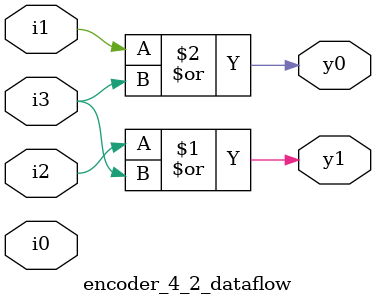
<source format=sv>
module encoder_4_2_dataflow (
    input i0, i1, i2, i3,
    output y1, y0
);
    assign y1 = i2 | i3;
    assign y0 = i1 | i3;

endmodule

</source>
